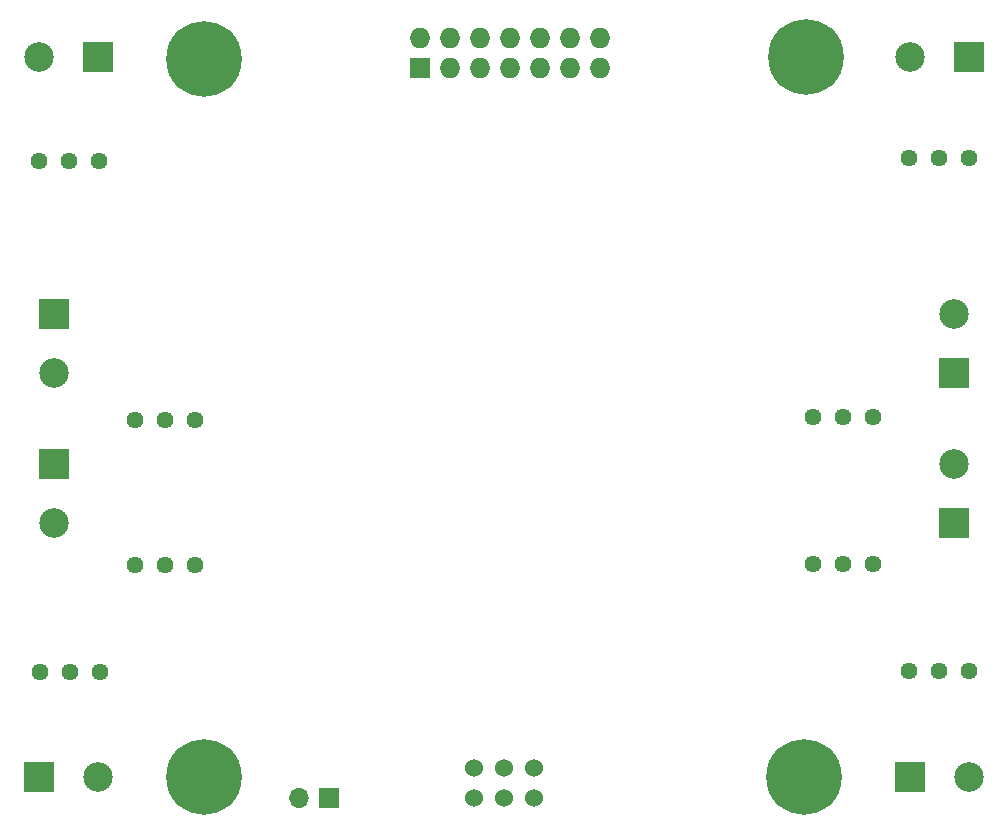
<source format=gbr>
G04 #@! TF.FileFunction,Soldermask,Bot*
%FSLAX46Y46*%
G04 Gerber Fmt 4.6, Leading zero omitted, Abs format (unit mm)*
G04 Created by KiCad (PCBNEW 4.0.6) date Tue Apr  4 20:52:10 2017*
%MOMM*%
%LPD*%
G01*
G04 APERTURE LIST*
%ADD10C,0.088900*%
%ADD11C,1.440000*%
%ADD12R,1.700000X1.700000*%
%ADD13O,1.700000X1.700000*%
%ADD14C,6.400000*%
%ADD15C,2.500000*%
%ADD16R,2.500000X2.500000*%
%ADD17C,1.524000*%
%ADD18R,1.727200X1.727200*%
%ADD19O,1.727200X1.727200*%
G04 APERTURE END LIST*
D10*
D11*
X115633500Y-129540000D03*
X113093500Y-129540000D03*
X110553500Y-129540000D03*
X123634500Y-120459500D03*
X121094500Y-120459500D03*
X118554500Y-120459500D03*
D12*
X135001000Y-140208000D03*
D13*
X132461000Y-140208000D03*
D14*
X175387000Y-77470000D03*
X124460000Y-77597000D03*
X175260000Y-138430000D03*
X124460000Y-138430000D03*
D15*
X110443000Y-77470000D03*
D16*
X115443000Y-77470000D03*
D15*
X111760000Y-104187000D03*
D16*
X111760000Y-99187000D03*
D15*
X111759998Y-116887001D03*
D16*
X111759998Y-111887001D03*
D15*
X115443000Y-138430000D03*
D16*
X110443000Y-138430000D03*
D15*
X189230000Y-138430000D03*
D16*
X184230000Y-138430000D03*
D15*
X187959999Y-111887001D03*
D16*
X187959999Y-116887001D03*
D15*
X187960000Y-99186998D03*
D16*
X187960000Y-104186998D03*
D15*
X184230000Y-77470000D03*
D16*
X189230000Y-77470000D03*
D17*
X149860000Y-140208000D03*
X152400000Y-140208000D03*
X147320000Y-140208000D03*
X147300000Y-137658000D03*
X149840000Y-137658000D03*
X152380000Y-137658000D03*
D11*
X115570000Y-86233001D03*
X113030000Y-86233001D03*
X110490000Y-86233001D03*
X123634503Y-108140501D03*
X121094503Y-108140501D03*
X118554503Y-108140501D03*
X184086500Y-129413000D03*
X186626500Y-129413000D03*
X189166500Y-129413000D03*
X176021997Y-120395999D03*
X178561997Y-120395999D03*
X181101997Y-120395999D03*
X176021997Y-107949999D03*
X178561997Y-107949999D03*
X181101997Y-107949999D03*
X184150000Y-85979000D03*
X186690000Y-85979000D03*
X189230000Y-85979000D03*
D18*
X142684501Y-78358997D03*
D19*
X142684501Y-75818997D03*
X145224501Y-78358997D03*
X145224501Y-75818997D03*
X147764501Y-78358997D03*
X147764501Y-75818997D03*
X150304501Y-78358997D03*
X150304501Y-75818997D03*
X152844501Y-78358997D03*
X152844501Y-75818997D03*
X155384501Y-78358997D03*
X155384501Y-75818997D03*
X157924501Y-78358997D03*
X157924501Y-75818997D03*
M02*

</source>
